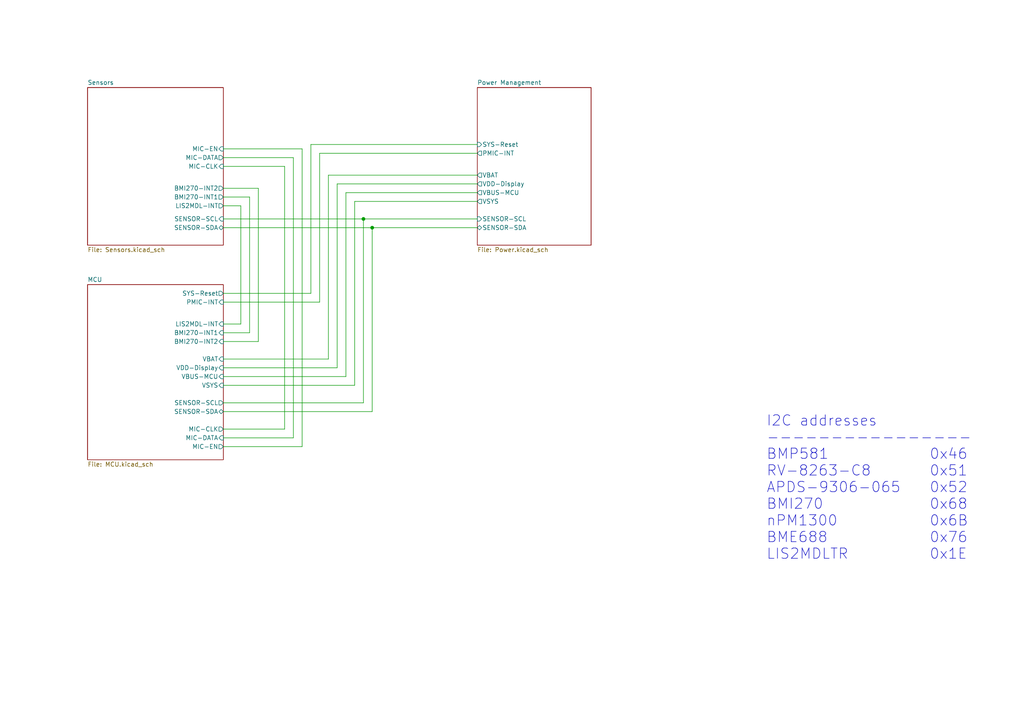
<source format=kicad_sch>
(kicad_sch
	(version 20231120)
	(generator "eeschema")
	(generator_version "8.0")
	(uuid "d5742f03-3b1a-42e5-a384-018bd4b919aa")
	(paper "A4")
	(title_block
		(title "ZSWatch v3")
		(date "2025-05-05")
		(rev "1")
		(company "github.com/jakkra/ZSWatch-HW")
	)
	(lib_symbols)
	(junction
		(at 107.95 66.04)
		(diameter 0)
		(color 0 0 0 0)
		(uuid "8281b1b0-29a9-40d6-8be1-c2348f10a527")
	)
	(junction
		(at 105.41 63.5)
		(diameter 0)
		(color 0 0 0 0)
		(uuid "f7875e6a-8005-461e-b66c-d604e3b146e6")
	)
	(wire
		(pts
			(xy 107.95 66.04) (xy 138.43 66.04)
		)
		(stroke
			(width 0)
			(type default)
		)
		(uuid "001e4019-83e1-4bfb-a67b-1dff9cbe8349")
	)
	(wire
		(pts
			(xy 82.55 48.26) (xy 64.77 48.26)
		)
		(stroke
			(width 0)
			(type default)
		)
		(uuid "09465722-f208-4478-ba29-c26bb32550b7")
	)
	(wire
		(pts
			(xy 64.77 116.84) (xy 105.41 116.84)
		)
		(stroke
			(width 0)
			(type default)
		)
		(uuid "0a56d7db-43ce-4647-8517-acd128e55201")
	)
	(wire
		(pts
			(xy 74.93 54.61) (xy 74.93 99.06)
		)
		(stroke
			(width 0)
			(type default)
		)
		(uuid "0cd88681-1f78-4d20-9526-eb9a85f81b8d")
	)
	(wire
		(pts
			(xy 92.71 87.63) (xy 64.77 87.63)
		)
		(stroke
			(width 0)
			(type default)
		)
		(uuid "0ded46eb-8c6d-4be8-a5ac-b776f2c0d903")
	)
	(wire
		(pts
			(xy 100.33 55.88) (xy 138.43 55.88)
		)
		(stroke
			(width 0)
			(type default)
		)
		(uuid "0efe1eb4-c536-40e1-a671-0bcb600be1a6")
	)
	(wire
		(pts
			(xy 64.77 109.22) (xy 100.33 109.22)
		)
		(stroke
			(width 0)
			(type default)
		)
		(uuid "1bf82c51-2672-4582-9474-3f18b2e6ee47")
	)
	(wire
		(pts
			(xy 95.25 50.8) (xy 95.25 104.14)
		)
		(stroke
			(width 0)
			(type default)
		)
		(uuid "26e15ddf-cc1b-4dd2-81eb-f21db909bf0e")
	)
	(wire
		(pts
			(xy 138.43 50.8) (xy 95.25 50.8)
		)
		(stroke
			(width 0)
			(type default)
		)
		(uuid "28e1fee8-4d85-427a-9852-fe4577653009")
	)
	(wire
		(pts
			(xy 64.77 119.38) (xy 107.95 119.38)
		)
		(stroke
			(width 0)
			(type default)
		)
		(uuid "2ac0f37d-d3e1-4b4b-8a10-cb690cc101e0")
	)
	(wire
		(pts
			(xy 138.43 44.45) (xy 92.71 44.45)
		)
		(stroke
			(width 0)
			(type default)
		)
		(uuid "48c77f4e-3bad-4ae9-b11e-e9468a55a3b4")
	)
	(wire
		(pts
			(xy 87.63 129.54) (xy 64.77 129.54)
		)
		(stroke
			(width 0)
			(type default)
		)
		(uuid "4dd8d7a7-9688-489b-922e-7b8cddbe1d78")
	)
	(wire
		(pts
			(xy 69.85 93.98) (xy 64.77 93.98)
		)
		(stroke
			(width 0)
			(type default)
		)
		(uuid "4fc76985-5953-43ea-87f7-625f6a04bd0d")
	)
	(wire
		(pts
			(xy 64.77 104.14) (xy 95.25 104.14)
		)
		(stroke
			(width 0)
			(type default)
		)
		(uuid "500f22a9-d655-4aee-96a6-de18a45fc52e")
	)
	(wire
		(pts
			(xy 64.77 59.69) (xy 69.85 59.69)
		)
		(stroke
			(width 0)
			(type default)
		)
		(uuid "5def06b0-3a91-47f5-94f1-0d993044a880")
	)
	(wire
		(pts
			(xy 138.43 41.91) (xy 90.17 41.91)
		)
		(stroke
			(width 0)
			(type default)
		)
		(uuid "61141eae-058c-4508-9e83-37643cdb5fe7")
	)
	(wire
		(pts
			(xy 74.93 99.06) (xy 64.77 99.06)
		)
		(stroke
			(width 0)
			(type default)
		)
		(uuid "72fc6aaa-18c6-4999-9784-91bbe4d63f7b")
	)
	(wire
		(pts
			(xy 85.09 127) (xy 64.77 127)
		)
		(stroke
			(width 0)
			(type default)
		)
		(uuid "7ba01e5b-5d6c-4631-b019-2350a4c1b07d")
	)
	(wire
		(pts
			(xy 64.77 63.5) (xy 105.41 63.5)
		)
		(stroke
			(width 0)
			(type default)
		)
		(uuid "7e11aac7-4615-4b47-a416-8c53507bd8bb")
	)
	(wire
		(pts
			(xy 72.39 96.52) (xy 72.39 57.15)
		)
		(stroke
			(width 0)
			(type default)
		)
		(uuid "85416567-504a-46b0-ab0a-ea21fe8d7826")
	)
	(wire
		(pts
			(xy 82.55 124.46) (xy 82.55 48.26)
		)
		(stroke
			(width 0)
			(type default)
		)
		(uuid "8623598b-8c0f-4793-bbe7-c75cd6a144b7")
	)
	(wire
		(pts
			(xy 64.77 54.61) (xy 74.93 54.61)
		)
		(stroke
			(width 0)
			(type default)
		)
		(uuid "8c8be6fa-b549-433e-a109-834fe903c4ac")
	)
	(wire
		(pts
			(xy 64.77 43.18) (xy 87.63 43.18)
		)
		(stroke
			(width 0)
			(type default)
		)
		(uuid "92c22c45-9df8-4031-a418-a0eafdb42d77")
	)
	(wire
		(pts
			(xy 87.63 43.18) (xy 87.63 129.54)
		)
		(stroke
			(width 0)
			(type default)
		)
		(uuid "938c85b4-7ef6-42bd-9493-7f0f5cc3d421")
	)
	(wire
		(pts
			(xy 105.41 116.84) (xy 105.41 63.5)
		)
		(stroke
			(width 0)
			(type default)
		)
		(uuid "98f22752-4b2a-49dd-b275-93d716fdd5fd")
	)
	(wire
		(pts
			(xy 69.85 59.69) (xy 69.85 93.98)
		)
		(stroke
			(width 0)
			(type default)
		)
		(uuid "9ad50b75-4a57-45b5-8a84-96909886e131")
	)
	(wire
		(pts
			(xy 64.77 111.76) (xy 102.87 111.76)
		)
		(stroke
			(width 0)
			(type default)
		)
		(uuid "9bfb36de-2885-4204-bca7-ac8fb5519691")
	)
	(wire
		(pts
			(xy 100.33 109.22) (xy 100.33 55.88)
		)
		(stroke
			(width 0)
			(type default)
		)
		(uuid "9d1897b3-9dd7-4b5d-bee3-d78a716ae8b7")
	)
	(wire
		(pts
			(xy 102.87 58.42) (xy 138.43 58.42)
		)
		(stroke
			(width 0)
			(type default)
		)
		(uuid "a558c1c2-0bec-4fde-8e09-291da3b38e42")
	)
	(wire
		(pts
			(xy 64.77 124.46) (xy 82.55 124.46)
		)
		(stroke
			(width 0)
			(type default)
		)
		(uuid "a735173a-5b59-4a35-add9-d2ec6baa4b86")
	)
	(wire
		(pts
			(xy 64.77 96.52) (xy 72.39 96.52)
		)
		(stroke
			(width 0)
			(type default)
		)
		(uuid "b4586c3a-7f03-42c1-9762-bca3d968e817")
	)
	(wire
		(pts
			(xy 102.87 111.76) (xy 102.87 58.42)
		)
		(stroke
			(width 0)
			(type default)
		)
		(uuid "c0484a20-bdce-4338-a9ab-a77fd6eec835")
	)
	(wire
		(pts
			(xy 97.79 106.68) (xy 97.79 53.34)
		)
		(stroke
			(width 0)
			(type default)
		)
		(uuid "c16fa8bc-08ad-4c9a-89a5-cfeed4db5fd4")
	)
	(wire
		(pts
			(xy 85.09 45.72) (xy 85.09 127)
		)
		(stroke
			(width 0)
			(type default)
		)
		(uuid "c449571d-a795-446a-af7c-258a07860599")
	)
	(wire
		(pts
			(xy 92.71 44.45) (xy 92.71 87.63)
		)
		(stroke
			(width 0)
			(type default)
		)
		(uuid "c4f15346-0447-447d-bd25-1f6eda9bbdec")
	)
	(wire
		(pts
			(xy 72.39 57.15) (xy 64.77 57.15)
		)
		(stroke
			(width 0)
			(type default)
		)
		(uuid "c622aa86-4729-4a88-a7b4-e3c4fb7a0395")
	)
	(wire
		(pts
			(xy 90.17 85.09) (xy 64.77 85.09)
		)
		(stroke
			(width 0)
			(type default)
		)
		(uuid "c77d0df4-66c7-40b0-b502-a4f128cc7ee0")
	)
	(wire
		(pts
			(xy 64.77 66.04) (xy 107.95 66.04)
		)
		(stroke
			(width 0)
			(type default)
		)
		(uuid "cea72b24-df67-4690-b6ab-d32da7594f34")
	)
	(wire
		(pts
			(xy 64.77 106.68) (xy 97.79 106.68)
		)
		(stroke
			(width 0)
			(type default)
		)
		(uuid "d1837cfc-ce0a-400c-923f-77620576d62b")
	)
	(wire
		(pts
			(xy 107.95 119.38) (xy 107.95 66.04)
		)
		(stroke
			(width 0)
			(type default)
		)
		(uuid "db798099-4e06-40b1-8e6b-931363d0af0a")
	)
	(wire
		(pts
			(xy 97.79 53.34) (xy 138.43 53.34)
		)
		(stroke
			(width 0)
			(type default)
		)
		(uuid "e33fcb3d-438f-4397-8b3f-3566018a4a89")
	)
	(wire
		(pts
			(xy 105.41 63.5) (xy 138.43 63.5)
		)
		(stroke
			(width 0)
			(type default)
		)
		(uuid "eee04cf2-5359-4855-9315-5dd0a845ec71")
	)
	(wire
		(pts
			(xy 90.17 41.91) (xy 90.17 85.09)
		)
		(stroke
			(width 0)
			(type default)
		)
		(uuid "f1a6047e-cde9-4950-bc2a-b3502f56628e")
	)
	(wire
		(pts
			(xy 64.77 45.72) (xy 85.09 45.72)
		)
		(stroke
			(width 0)
			(type default)
		)
		(uuid "f53c9ce5-5f62-4f5f-91bf-f54d9587167a")
	)
	(text "I2C addresses\n----------------\nBMP581			0x46\nRV-8263-C8		0x51\nAPDS-9306-065	0x52\nBMI270			0x68\nnPM1300			0x6B\nBME688			0x76\nLIS2MDLTR		0x1E"
		(exclude_from_sim no)
		(at 222.25 162.56 0)
		(effects
			(font
				(size 3 3)
			)
			(justify left bottom)
		)
		(uuid "74fd2099-5f0c-4c03-8109-4757e272b327")
	)
	(sheet
		(at 25.4 25.4)
		(size 39.37 45.72)
		(fields_autoplaced yes)
		(stroke
			(width 0.1524)
			(type solid)
		)
		(fill
			(color 0 0 0 0.0000)
		)
		(uuid "82af773f-8c39-43b9-baa2-3658da6c8bb2")
		(property "Sheetname" "Sensors"
			(at 25.4 24.6884 0)
			(effects
				(font
					(size 1.27 1.27)
				)
				(justify left bottom)
			)
		)
		(property "Sheetfile" "Sensors.kicad_sch"
			(at 25.4 71.7046 0)
			(effects
				(font
					(size 1.27 1.27)
				)
				(justify left top)
			)
		)
		(pin "SENSOR-SDA" bidirectional
			(at 64.77 66.04 0)
			(effects
				(font
					(size 1.27 1.27)
				)
				(justify right)
			)
			(uuid "1eba675f-19b6-4eba-8fe6-90deccba51be")
		)
		(pin "SENSOR-SCL" input
			(at 64.77 63.5 0)
			(effects
				(font
					(size 1.27 1.27)
				)
				(justify right)
			)
			(uuid "bb337551-8166-4fd6-a499-6bab8619b51a")
		)
		(pin "LIS2MDL-INT" output
			(at 64.77 59.69 0)
			(effects
				(font
					(size 1.27 1.27)
				)
				(justify right)
			)
			(uuid "f9446bb0-ec0b-453a-b94f-c3fef08131bf")
		)
		(pin "BMI270-INT1" output
			(at 64.77 57.15 0)
			(effects
				(font
					(size 1.27 1.27)
				)
				(justify right)
			)
			(uuid "de9f7396-b2c2-41ba-b5b4-bf10ea78a8a7")
		)
		(pin "BMI270-INT2" output
			(at 64.77 54.61 0)
			(effects
				(font
					(size 1.27 1.27)
				)
				(justify right)
			)
			(uuid "3e55977b-ced8-4401-a0d9-a89e59741ac5")
		)
		(pin "MIC-EN" input
			(at 64.77 43.18 0)
			(effects
				(font
					(size 1.27 1.27)
				)
				(justify right)
			)
			(uuid "33014fe4-8fc2-4a90-8488-3a78a8f94939")
		)
		(pin "MIC-CLK" input
			(at 64.77 48.26 0)
			(effects
				(font
					(size 1.27 1.27)
				)
				(justify right)
			)
			(uuid "bd487bc6-b4ba-4b0a-a3b2-8e2efd663997")
		)
		(pin "MIC-DATA" output
			(at 64.77 45.72 0)
			(effects
				(font
					(size 1.27 1.27)
				)
				(justify right)
			)
			(uuid "da52275d-b12c-474d-9e34-8bab37713965")
		)
		(instances
			(project "ZSWatch"
				(path "/d5742f03-3b1a-42e5-a384-018bd4b919aa"
					(page "3")
				)
			)
		)
	)
	(sheet
		(at 25.4 82.55)
		(size 39.37 50.8)
		(fields_autoplaced yes)
		(stroke
			(width 0.1524)
			(type solid)
		)
		(fill
			(color 0 0 0 0.0000)
		)
		(uuid "8c9f2ee7-84da-4a9a-b0dc-117e0b0a9ea7")
		(property "Sheetname" "MCU"
			(at 25.4 81.8384 0)
			(effects
				(font
					(size 1.27 1.27)
				)
				(justify left bottom)
			)
		)
		(property "Sheetfile" "MCU.kicad_sch"
			(at 25.4 133.9346 0)
			(effects
				(font
					(size 1.27 1.27)
				)
				(justify left top)
			)
		)
		(pin "VBUS-MCU" input
			(at 64.77 109.22 0)
			(effects
				(font
					(size 1.27 1.27)
				)
				(justify right)
			)
			(uuid "ef3521ab-bd96-4b94-9a8f-d46de8dcd0e2")
		)
		(pin "SENSOR-SCL" output
			(at 64.77 116.84 0)
			(effects
				(font
					(size 1.27 1.27)
				)
				(justify right)
			)
			(uuid "797249bb-9869-421e-8e92-643b562e07c7")
		)
		(pin "SENSOR-SDA" bidirectional
			(at 64.77 119.38 0)
			(effects
				(font
					(size 1.27 1.27)
				)
				(justify right)
			)
			(uuid "dd8ef5e8-63ba-4fb4-bd0e-6f3a25da8155")
		)
		(pin "BMI270-INT2" input
			(at 64.77 99.06 0)
			(effects
				(font
					(size 1.27 1.27)
				)
				(justify right)
			)
			(uuid "b788b784-7b1b-46bd-a3d4-fdf38515cf84")
		)
		(pin "LIS2MDL-INT" input
			(at 64.77 93.98 0)
			(effects
				(font
					(size 1.27 1.27)
				)
				(justify right)
			)
			(uuid "07375f88-2e9c-4e51-b8c4-2084d7ed672d")
		)
		(pin "BMI270-INT1" input
			(at 64.77 96.52 0)
			(effects
				(font
					(size 1.27 1.27)
				)
				(justify right)
			)
			(uuid "3e12da2a-033c-40fc-aa6b-96d8bfbb4cf3")
		)
		(pin "SYS-Reset" output
			(at 64.77 85.09 0)
			(effects
				(font
					(size 1.27 1.27)
				)
				(justify right)
			)
			(uuid "354fc974-2449-4eb1-adfc-98c51b3a3a06")
		)
		(pin "VDD-Display" input
			(at 64.77 106.68 0)
			(effects
				(font
					(size 1.27 1.27)
				)
				(justify right)
			)
			(uuid "a4e3d4a5-4a6e-4b82-9d51-f1a83acc9e26")
		)
		(pin "PMIC-INT" input
			(at 64.77 87.63 0)
			(effects
				(font
					(size 1.27 1.27)
				)
				(justify right)
			)
			(uuid "ace71a04-b7ab-4a2f-9fb9-a6b38e5217c1")
		)
		(pin "MIC-DATA" input
			(at 64.77 127 0)
			(effects
				(font
					(size 1.27 1.27)
				)
				(justify right)
			)
			(uuid "8850166a-b658-4d29-a0a5-9e447cda1ad6")
		)
		(pin "MIC-CLK" output
			(at 64.77 124.46 0)
			(effects
				(font
					(size 1.27 1.27)
				)
				(justify right)
			)
			(uuid "b011bc5c-deda-4e2f-aa1e-0eaa632dcfe3")
		)
		(pin "MIC-EN" output
			(at 64.77 129.54 0)
			(effects
				(font
					(size 1.27 1.27)
				)
				(justify right)
			)
			(uuid "3ef54fdf-f668-429f-94bd-2fa670f6d799")
		)
		(pin "VSYS" input
			(at 64.77 111.76 0)
			(effects
				(font
					(size 1.27 1.27)
				)
				(justify right)
			)
			(uuid "994566da-5402-4323-8f9c-d9f1aa13c32e")
		)
		(pin "VBAT" input
			(at 64.77 104.14 0)
			(effects
				(font
					(size 1.27 1.27)
				)
				(justify right)
			)
			(uuid "1add8c76-9230-4e7e-915a-a571e5c70100")
		)
		(instances
			(project "ZSWatch"
				(path "/d5742f03-3b1a-42e5-a384-018bd4b919aa"
					(page "4")
				)
			)
		)
	)
	(sheet
		(at 138.43 25.4)
		(size 33.02 45.72)
		(fields_autoplaced yes)
		(stroke
			(width 0.1524)
			(type solid)
		)
		(fill
			(color 0 0 0 0.0000)
		)
		(uuid "cee9a3a2-28cd-4e6c-b23d-337f115f39e8")
		(property "Sheetname" "Power Management"
			(at 138.43 24.6884 0)
			(effects
				(font
					(size 1.27 1.27)
				)
				(justify left bottom)
			)
		)
		(property "Sheetfile" "Power.kicad_sch"
			(at 138.43 71.7046 0)
			(effects
				(font
					(size 1.27 1.27)
				)
				(justify left top)
			)
		)
		(pin "VBUS-MCU" output
			(at 138.43 55.88 180)
			(effects
				(font
					(size 1.27 1.27)
				)
				(justify left)
			)
			(uuid "68a3da9c-f518-443c-b3ee-9fbfe66da2a4")
		)
		(pin "VDD-Display" output
			(at 138.43 53.34 180)
			(effects
				(font
					(size 1.27 1.27)
				)
				(justify left)
			)
			(uuid "af5c8cc4-838b-4828-9530-183070b142d4")
		)
		(pin "PMIC-INT" output
			(at 138.43 44.45 180)
			(effects
				(font
					(size 1.27 1.27)
				)
				(justify left)
			)
			(uuid "52da53ce-c1e8-41b8-b9cf-0f4cb9dfd47c")
		)
		(pin "SENSOR-SCL" input
			(at 138.43 63.5 180)
			(effects
				(font
					(size 1.27 1.27)
				)
				(justify left)
			)
			(uuid "11eddba8-96df-4767-88fe-00b788be41ea")
		)
		(pin "SENSOR-SDA" bidirectional
			(at 138.43 66.04 180)
			(effects
				(font
					(size 1.27 1.27)
				)
				(justify left)
			)
			(uuid "edf7cf8e-768f-42be-ad90-6ba90c1f26db")
		)
		(pin "SYS-Reset" input
			(at 138.43 41.91 180)
			(effects
				(font
					(size 1.27 1.27)
				)
				(justify left)
			)
			(uuid "3302df2b-d5d1-427b-b41f-13579165105f")
		)
		(pin "VSYS" output
			(at 138.43 58.42 180)
			(effects
				(font
					(size 1.27 1.27)
				)
				(justify left)
			)
			(uuid "5e4558eb-ce2f-41b6-9832-9bbb640fd251")
		)
		(pin "VBAT" output
			(at 138.43 50.8 180)
			(effects
				(font
					(size 1.27 1.27)
				)
				(justify left)
			)
			(uuid "e9c720ee-7b58-408c-b334-d9d458d80a2c")
		)
		(instances
			(project "ZSWatch"
				(path "/d5742f03-3b1a-42e5-a384-018bd4b919aa"
					(page "2")
				)
			)
		)
	)
	(sheet_instances
		(path "/"
			(page "#")
		)
	)
)

</source>
